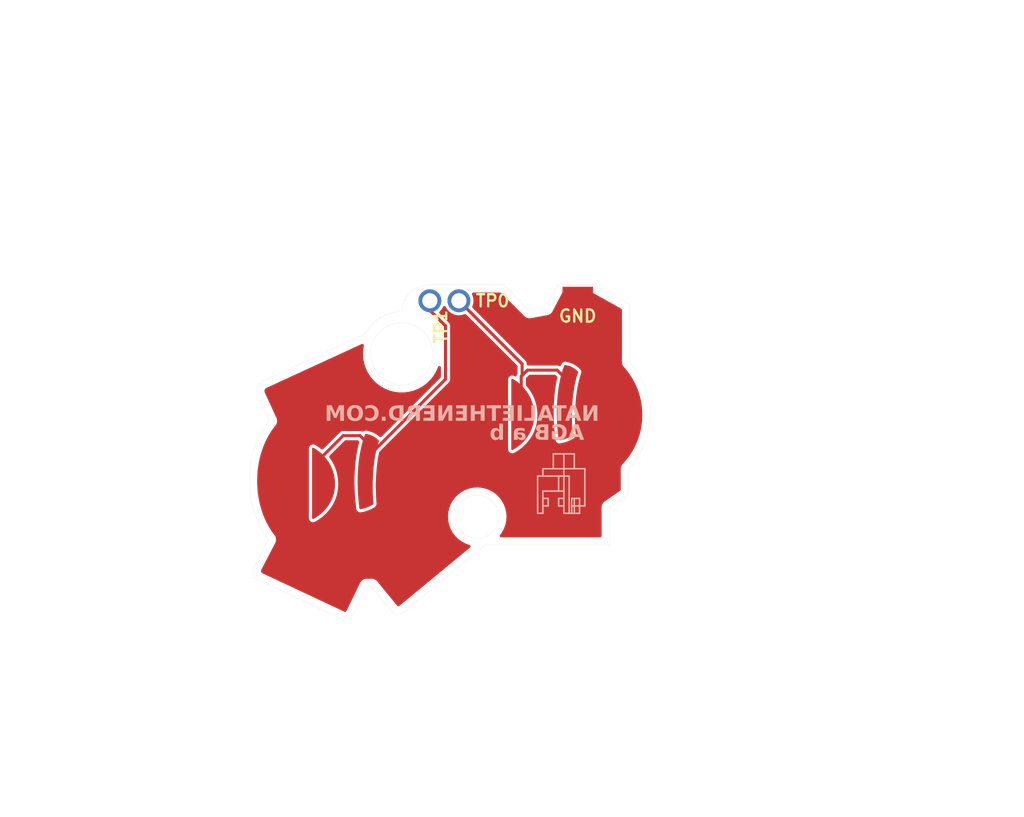
<source format=kicad_pcb>
(kicad_pcb (version 20240108) (generator "pcbnew") (generator_version "8.0")
  (layers (0 "F.Cu" signal) (31 "B.Cu" signal) (34 "B.Paste" user) (35 "F.Paste" user) (36 "B.SilkS" user "B.Silkscreen") (37 "F.SilkS" user "F.Silkscreen") (38 "B.Mask" user) (39 "F.Mask" user) (44 "Edge.Cuts" user))
  (net 0 "")
  (net 1 "GND")
  (net 2 "Net-(SW7-Pad2)")
  (net 3 "Net-(SW8-Pad2)")
  (footprint "TestPoint:TestPoint_Pad_2.0x2.0mm" (layer "F.Cu") (at 141.681885 84.178866)
    (property "Reference" "GND" (at 0 1.875 0) (layer "F.SilkS") (effects (font (size 0.8 0.8))))
    (property "Value" "TestPoint" (hide yes))
    (pad "1" smd rect (at 0 0.475) (size 2 1.05) (layers "F.Cu" "F.Mask") (net 1 "GND"))
  )
  (footprint "AGB:AGB AB" (layer "F.Cu") (at 140.378765 87.428181)
    (property "Reference" "SW7" (hide yes))
    (property "Value" "A")
    (pad "1" smd custom (at -0.918115 6) (size 0.5 0.5) (layers "F.Cu" "F.Paste" "F.Mask") (net 1 "GND") (options (clearance outline) (anchor circle)) (primitives (gr_poly (pts (xy -0.25 -0.125) (xy -0.240485 -0.172835) (xy -0.213388 -0.213388) (xy -0.172835 -0.240485) (xy -0.125 -0.25) (xy 0.125 -0.25) (xy 0.172835 -0.240485) (xy 0.213388 -0.213388) (xy 0.240485 -0.172835) (xy 0.25 -0.125) (xy 0.25 0.125) (xy 0.240485 0.172835) (xy 0.213388 0.213388) (xy 0.172835 0.240485) (xy 0.125 0.25) (xy -0.125 0.25) (xy -0.172835 0.240485) (xy -0.213388 0.213388) (xy -0.240485 0.172835) (xy -0.25 0.125)) (width 0) (fill yes)) (gr_poly (pts (xy -0.405204 -2.161219) (xy -0.350945 -1.159022) (xy -0.361305 -0.501164) (xy -0.439004 0.498574) (xy -0.769217 1.954147) (xy -0.444184 2.233871) (xy 0.029589 2.368717) (xy 0.312399 1.418557) (xy 0.496163 0.049885) (xy 0.519378 -0.85079) (xy 0.403713 -2.464563) (xy -0.024925 -2.35255)) (width 0.01) (fill yes)) (gr_curve (pts (xy -0.769217 1.954147) (xy -0.769217 1.954147) (xy -0.506319 2.287825) (xy 0.029589 2.368717)) (width 0.1)) (gr_curve (pts (xy -0.405204 -2.161219) (xy -0.405204 -2.161219) (xy -0.172641 0.225086) (xy -0.769217 1.954147)) (width 0.1)) (gr_poly (pts (xy 0.029589 2.368717) (xy 0.079132 2.245926) (xy 0.120825 2.128742) (xy 0.17071 1.973174) (xy 0.225912 1.779562) (xy 0.254609 1.668596) (xy 0.283558 1.548247) (xy 0.312399 1.418557) (xy 0.340774 1.279569) (xy 0.368323 1.131326) (xy 0.394687 0.97387) (xy 0.419508 0.807243) (xy 0.442424 0.631489) (xy 0.463079 0.446649) (xy 0.481111 0.252767) (xy 0.496163 0.049885) (xy 0.507875 -0.161954) (xy 0.515887 -0.382708) (xy 0.519841 -0.612334) (xy 0.519378 -0.85079) (xy 0.514138 -1.098033) (xy 0.503762 -1.354021) (xy 0.48789 -1.61871) (xy 0.466165 -1.892059) (xy 0.403713 -2.464563) (xy 0.466165 -1.892059) (xy 0.48789 -1.61871) (xy 0.503762 -1.354021) (xy 0.514138 -1.098033) (xy 0.519378 -0.85079) (xy 0.519841 -0.612334) (xy 0.515887 -0.382708) (xy 0.507875 -0.161954) (xy 0.496163 0.049885) (xy 0.481111 0.252767) (xy 0.463079 0.446649) (xy 0.442424 0.631489) (xy 0.419508 0.807243) (xy 0.394687 0.97387) (xy 0.368323 1.131326) (xy 0.340774 1.279569) (xy 0.312399 1.418557) (xy 0.283558 1.548247) (xy 0.254609 1.668596) (xy 0.225912 1.779562) (xy 0.17071 1.973174) (xy 0.120825 2.128742) (xy 0.079132 2.245926)) (width 0.12) (fill no)) (gr_poly (pts (xy 0.403713 -2.464563) (xy 0.303673 -2.449196) (xy 0.189383 -2.422697) (xy 0.073646 -2.388034) (xy -0.024925 -2.35255) (xy -0.131861 -2.307768) (xy -0.245612 -2.252638) (xy -0.364629 -2.18611) (xy -0.245612 -2.252638) (xy -0.131861 -2.307768) (xy -0.024925 -2.35255) (xy 0.073646 -2.388034) (xy 0.189383 -2.422697) (xy 0.303673 -2.449196)) (width 0.12) (fill no))))
    (pad "1" smd custom (at 2 5.796134) (size 1 1) (layers "F.Cu" "F.Paste" "F.Mask") (net 1 "GND") (options (clearance outline) (anchor circle)) (primitives (gr_poly (pts (xy -0.5 -0.25) (xy -0.48097 -0.345671) (xy -0.426777 -0.426777) (xy -0.345671 -0.48097) (xy -0.25 -0.5) (xy 0.25 -0.5) (xy 0.345671 -0.48097) (xy 0.426777 -0.426777) (xy 0.48097 -0.345671) (xy 0.5 -0.25) (xy 0.5 0.25) (xy 0.48097 0.345671) (xy 0.426777 0.426777) (xy 0.345671 0.48097) (xy 0.25 0.5) (xy -0.25 0.5) (xy -0.345671 0.48097) (xy -0.426777 0.426777) (xy -0.48097 0.345671) (xy -0.5 0.25)) (width 0) (fill yes)) (gr_poly (pts (xy 0.566842 1.666441) (xy 0.566842 -2.903941) (xy 0.533323 -2.88587) (xy 0.441601 -2.830823) (xy 0.354659 -2.772966) (xy 0.25166 -2.69775) (xy 0.136531 -2.604804) (xy 0.013197 -2.493758) (xy -0.114419 -2.364242) (xy -0.24239 -2.215886) (xy -0.305282 -2.134526) (xy -0.366791 -2.048318) (xy -0.426426 -1.957215) (xy -0.483697 -1.86117) (xy -0.538113 -1.760137) (xy -0.589184 -1.65407) (xy -0.636418 -1.542922) (xy -0.679325 -1.426648) (xy -0.717415 -1.305201) (xy -0.750197 -1.178535) (xy -0.77718 -1.046603) (xy -0.797873 -0.909359) (xy -0.811787 -0.766757) (xy -0.818429 -0.61875) (xy -0.817124 -0.470744) (xy -0.807871 -0.328142) (xy -0.791193 -0.190898) (xy -0.767615 -0.058966) (xy -0.737661 0.0677) (xy -0.701854 0.189147) (xy -0.660718 0.305421) (xy -0.614778 0.416569) (xy -0.564557 0.522636) (xy -0.51058 0.623669) (xy -0.45337 0.719714) (xy -0.393451 0.810817) (xy -0.331348 0.897025) (xy -0.267584 0.978385) (xy -0.137169 1.126741) (xy -0.006399 1.256257) (xy 0.120535 1.367303) (xy 0.239441 1.460249) (xy 0.346127 1.535465) (xy 0.474075 1.615857)) (width 0.12) (fill yes))))
    (pad "2" smd custom (at -2.405588 5.226204) (size 1 1) (layers "F.Cu" "F.Paste" "F.Mask") (net 2 "Net-(SW7-Pad2)") (options (clearance outline) (anchor circle)) (primitives (gr_poly (pts (xy -0.5 -0.25) (xy -0.48097 -0.345671) (xy -0.426777 -0.426777) (xy -0.345671 -0.48097) (xy -0.25 -0.5) (xy 0.25 -0.5) (xy 0.345671 -0.48097) (xy 0.426777 -0.426777) (xy 0.48097 -0.345671) (xy 0.5 -0.25) (xy 0.5 0.25) (xy 0.48097 0.345671) (xy 0.426777 0.426777) (xy 0.345671 0.48097) (xy 0.25 0.5) (xy -0.25 0.5) (xy -0.345671 0.48097) (xy -0.426777 0.426777) (xy -0.48097 0.345671) (xy -0.5 0.25)) (width 0) (fill yes)) (gr_poly (pts (xy -0.594412 2.140312) (xy -0.594412 -2.43007) (xy -0.560894 -2.411999) (xy -0.469171 -2.356952) (xy -0.382229 -2.299095) (xy -0.279231 -2.223879) (xy -0.164102 -2.130933) (xy -0.040767 -2.019887) (xy 0.086848 -1.890371) (xy 0.214819 -1.742015) (xy 0.277711 -1.660655) (xy 0.33922 -1.574447) (xy 0.398855 -1.483344) (xy 0.456126 -1.387299) (xy 0.510542 -1.286266) (xy 0.561613 -1.180199) (xy 0.608847 -1.069051) (xy 0.651754 -0.952777) (xy 0.689844 -0.83133) (xy 0.722626 -0.704664) (xy 0.749609 -0.572732) (xy 0.770302 -0.435488) (xy 0.784216 -0.292886) (xy 0.790858 -0.144879) (xy 0.789554 0.003127) (xy 0.7803 0.145729) (xy 0.763623 0.282973) (xy 0.740045 0.414905) (xy 0.71009 0.541571) (xy 0.674283 0.663018) (xy 0.633148 0.779292) (xy 0.587208 0.89044) (xy 0.536987 0.996507) (xy 0.48301 1.09754) (xy 0.4258 1.193585) (xy 0.365881 1.284688) (xy 0.303778 1.370896) (xy 0.240014 1.452256) (xy 0.109599 1.600612) (xy -0.021171 1.730128) (xy -0.148105 1.841174) (xy -0.267011 1.93412) (xy -0.373697 2.009336) (xy -0.501645 2.089728)) (width 0.12) (fill yes))))
    (pad "2" smd custom (at 0.462998 4.479026) (size 0.5 0.5) (layers "F.Cu" "F.Paste" "F.Mask") (net 2 "Net-(SW7-Pad2)") (options (clearance outline) (anchor circle)) (primitives (gr_poly (pts (xy -0.25 -0.125) (xy -0.240485 -0.172835) (xy -0.213388 -0.213388) (xy -0.172835 -0.240485) (xy -0.125 -0.25) (xy 0.125 -0.25) (xy 0.172835 -0.240485) (xy 0.213388 -0.213388) (xy 0.240485 -0.172835) (xy 0.25 -0.125) (xy 0.25 0.125) (xy 0.240485 0.172835) (xy 0.213388 0.213388) (xy 0.172835 0.240485) (xy 0.125 0.25) (xy -0.125 0.25) (xy -0.172835 0.240485) (xy -0.213388 0.213388) (xy -0.240485 0.172835) (xy -0.25 0.125)) (width 0) (fill yes)) (gr_poly (pts (xy 0.452681 1.936393) (xy 0.398422 0.934196) (xy 0.408782 0.276338) (xy 0.486481 -0.7234) (xy 0.816694 -2.178973) (xy 0.491661 -2.458697) (xy 0.017888 -2.593543) (xy -0.264922 -1.643383) (xy -0.448686 -0.274711) (xy -0.471901 0.625964) (xy -0.356236 2.239737) (xy 0.072402 2.127724)) (width 0.01) (fill yes)) (gr_poly (pts (xy -0.356236 2.239737) (xy -0.256196 2.22437) (xy -0.141906 2.197871) (xy -0.026169 2.163208) (xy 0.072402 2.127724) (xy 0.179338 2.082942) (xy 0.293089 2.027812) (xy 0.412106 1.961284) (xy 0.293089 2.027812) (xy 0.179338 2.082942) (xy 0.072402 2.127724) (xy -0.026169 2.163208) (xy -0.141906 2.197871) (xy -0.256196 2.22437)) (width 0.12) (fill no)) (gr_poly (pts (xy 0.017888 -2.593543) (xy -0.031655 -2.470752) (xy -0.073348 -2.353568) (xy -0.123233 -2.198) (xy -0.178435 -2.004388) (xy -0.207132 -1.893422) (xy -0.236081 -1.773073) (xy -0.264922 -1.643383) (xy -0.293297 -1.504395) (xy -0.320846 -1.356152) (xy -0.34721 -1.198696) (xy -0.372031 -1.032069) (xy -0.394947 -0.856315) (xy -0.415602 -0.671475) (xy -0.433634 -0.477593) (xy -0.448686 -0.274711) (xy -0.460398 -0.062872) (xy -0.46841 0.157882) (xy -0.472364 0.387508) (xy -0.471901 0.625964) (xy -0.466661 0.873207) (xy -0.456285 1.129195) (xy -0.440413 1.393884) (xy -0.418688 1.667233) (xy -0.356236 2.239737) (xy -0.418688 1.667233) (xy -0.440413 1.393884) (xy -0.456285 1.129195) (xy -0.466661 0.873207) (xy -0.471901 0.625964) (xy -0.472364 0.387508) (xy -0.46841 0.157882) (xy -0.460398 -0.062872) (xy -0.448686 -0.274711) (xy -0.433634 -0.477593) (xy -0.415602 -0.671475) (xy -0.394947 -0.856315) (xy -0.372031 -1.032069) (xy -0.34721 -1.198696) (xy -0.320846 -1.356152) (xy -0.293297 -1.504395) (xy -0.264922 -1.643383) (xy -0.236081 -1.773073) (xy -0.207132 -1.893422) (xy -0.178435 -2.004388) (xy -0.123233 -2.198) (xy -0.073348 -2.353568) (xy -0.031655 -2.470752)) (width 0.12) (fill no)) (gr_curve (pts (xy 0.452681 1.936393) (xy 0.452681 1.936393) (xy 0.220118 -0.449912) (xy 0.816694 -2.178973)) (width 0.1)) (gr_curve (pts (xy 0.816694 -2.178973) (xy 0.816694 -2.178973) (xy 0.553796 -2.512651) (xy 0.017888 -2.593543)) (width 0.1))))
  )
  (footprint "AGB:AGB AB" (layer "F.Cu") (at 127.3 91.953866)
    (property "Reference" "SW8" (hide yes))
    (property "Value" "B")
    (pad "1" smd custom (at -0.918115 6) (size 0.5 0.5) (layers "F.Cu" "F.Paste" "F.Mask") (net 1 "GND") (options (clearance outline) (anchor circle)) (primitives (gr_poly (pts (xy -0.25 -0.125) (xy -0.240485 -0.172835) (xy -0.213388 -0.213388) (xy -0.172835 -0.240485) (xy -0.125 -0.25) (xy 0.125 -0.25) (xy 0.172835 -0.240485) (xy 0.213388 -0.213388) (xy 0.240485 -0.172835) (xy 0.25 -0.125) (xy 0.25 0.125) (xy 0.240485 0.172835) (xy 0.213388 0.213388) (xy 0.172835 0.240485) (xy 0.125 0.25) (xy -0.125 0.25) (xy -0.172835 0.240485) (xy -0.213388 0.213388) (xy -0.240485 0.172835) (xy -0.25 0.125)) (width 0) (fill yes)) (gr_poly (pts (xy -0.405204 -2.161219) (xy -0.350945 -1.159022) (xy -0.361305 -0.501164) (xy -0.439004 0.498574) (xy -0.769217 1.954147) (xy -0.444184 2.233871) (xy 0.029589 2.368717) (xy 0.312399 1.418557) (xy 0.496163 0.049885) (xy 0.519378 -0.85079) (xy 0.403713 -2.464563) (xy -0.024925 -2.35255)) (width 0.01) (fill yes)) (gr_curve (pts (xy -0.769217 1.954147) (xy -0.769217 1.954147) (xy -0.506319 2.287825) (xy 0.029589 2.368717)) (width 0.1)) (gr_curve (pts (xy -0.405204 -2.161219) (xy -0.405204 -2.161219) (xy -0.172641 0.225086) (xy -0.769217 1.954147)) (width 0.1)) (gr_poly (pts (xy 0.029589 2.368717) (xy 0.079132 2.245926) (xy 0.120825 2.128742) (xy 0.17071 1.973174) (xy 0.225912 1.779562) (xy 0.254609 1.668596) (xy 0.283558 1.548247) (xy 0.312399 1.418557) (xy 0.340774 1.279569) (xy 0.368323 1.131326) (xy 0.394687 0.97387) (xy 0.419508 0.807243) (xy 0.442424 0.631489) (xy 0.463079 0.446649) (xy 0.481111 0.252767) (xy 0.496163 0.049885) (xy 0.507875 -0.161954) (xy 0.515887 -0.382708) (xy 0.519841 -0.612334) (xy 0.519378 -0.85079) (xy 0.514138 -1.098033) (xy 0.503762 -1.354021) (xy 0.48789 -1.61871) (xy 0.466165 -1.892059) (xy 0.403713 -2.464563) (xy 0.466165 -1.892059) (xy 0.48789 -1.61871) (xy 0.503762 -1.354021) (xy 0.514138 -1.098033) (xy 0.519378 -0.85079) (xy 0.519841 -0.612334) (xy 0.515887 -0.382708) (xy 0.507875 -0.161954) (xy 0.496163 0.049885) (xy 0.481111 0.252767) (xy 0.463079 0.446649) (xy 0.442424 0.631489) (xy 0.419508 0.807243) (xy 0.394687 0.97387) (xy 0.368323 1.131326) (xy 0.340774 1.279569) (xy 0.312399 1.418557) (xy 0.283558 1.548247) (xy 0.254609 1.668596) (xy 0.225912 1.779562) (xy 0.17071 1.973174) (xy 0.120825 2.128742) (xy 0.079132 2.245926)) (width 0.12) (fill no)) (gr_poly (pts (xy 0.403713 -2.464563) (xy 0.303673 -2.449196) (xy 0.189383 -2.422697) (xy 0.073646 -2.388034) (xy -0.024925 -2.35255) (xy -0.131861 -2.307768) (xy -0.245612 -2.252638) (xy -0.364629 -2.18611) (xy -0.245612 -2.252638) (xy -0.131861 -2.307768) (xy -0.024925 -2.35255) (xy 0.073646 -2.388034) (xy 0.189383 -2.422697) (xy 0.303673 -2.449196)) (width 0.12) (fill no))))
    (pad "1" smd custom (at 2 5.796134) (size 1 1) (layers "F.Cu" "F.Paste" "F.Mask") (net 1 "GND") (options (clearance outline) (anchor circle)) (primitives (gr_poly (pts (xy -0.5 -0.25) (xy -0.48097 -0.345671) (xy -0.426777 -0.426777) (xy -0.345671 -0.48097) (xy -0.25 -0.5) (xy 0.25 -0.5) (xy 0.345671 -0.48097) (xy 0.426777 -0.426777) (xy 0.48097 -0.345671) (xy 0.5 -0.25) (xy 0.5 0.25) (xy 0.48097 0.345671) (xy 0.426777 0.426777) (xy 0.345671 0.48097) (xy 0.25 0.5) (xy -0.25 0.5) (xy -0.345671 0.48097) (xy -0.426777 0.426777) (xy -0.48097 0.345671) (xy -0.5 0.25)) (width 0) (fill yes)) (gr_poly (pts (xy 0.566842 1.666441) (xy 0.566842 -2.903941) (xy 0.533323 -2.88587) (xy 0.441601 -2.830823) (xy 0.354659 -2.772966) (xy 0.25166 -2.69775) (xy 0.136531 -2.604804) (xy 0.013197 -2.493758) (xy -0.114419 -2.364242) (xy -0.24239 -2.215886) (xy -0.305282 -2.134526) (xy -0.366791 -2.048318) (xy -0.426426 -1.957215) (xy -0.483697 -1.86117) (xy -0.538113 -1.760137) (xy -0.589184 -1.65407) (xy -0.636418 -1.542922) (xy -0.679325 -1.426648) (xy -0.717415 -1.305201) (xy -0.750197 -1.178535) (xy -0.77718 -1.046603) (xy -0.797873 -0.909359) (xy -0.811787 -0.766757) (xy -0.818429 -0.61875) (xy -0.817124 -0.470744) (xy -0.807871 -0.328142) (xy -0.791193 -0.190898) (xy -0.767615 -0.058966) (xy -0.737661 0.0677) (xy -0.701854 0.189147) (xy -0.660718 0.305421) (xy -0.614778 0.416569) (xy -0.564557 0.522636) (xy -0.51058 0.623669) (xy -0.45337 0.719714) (xy -0.393451 0.810817) (xy -0.331348 0.897025) (xy -0.267584 0.978385) (xy -0.137169 1.126741) (xy -0.006399 1.256257) (xy 0.120535 1.367303) (xy 0.239441 1.460249) (xy 0.346127 1.535465) (xy 0.474075 1.615857)) (width 0.12) (fill yes))))
    (pad "2" smd custom (at -2.405588 5.226204) (size 1 1) (layers "F.Cu" "F.Paste" "F.Mask") (net 3 "Net-(SW8-Pad2)") (options (clearance outline) (anchor circle)) (primitives (gr_poly (pts (xy -0.5 -0.25) (xy -0.48097 -0.345671) (xy -0.426777 -0.426777) (xy -0.345671 -0.48097) (xy -0.25 -0.5) (xy 0.25 -0.5) (xy 0.345671 -0.48097) (xy 0.426777 -0.426777) (xy 0.48097 -0.345671) (xy 0.5 -0.25) (xy 0.5 0.25) (xy 0.48097 0.345671) (xy 0.426777 0.426777) (xy 0.345671 0.48097) (xy 0.25 0.5) (xy -0.25 0.5) (xy -0.345671 0.48097) (xy -0.426777 0.426777) (xy -0.48097 0.345671) (xy -0.5 0.25)) (width 0) (fill yes)) (gr_poly (pts (xy -0.594412 2.140312) (xy -0.594412 -2.43007) (xy -0.560894 -2.411999) (xy -0.469171 -2.356952) (xy -0.382229 -2.299095) (xy -0.279231 -2.223879) (xy -0.164102 -2.130933) (xy -0.040767 -2.019887) (xy 0.086848 -1.890371) (xy 0.214819 -1.742015) (xy 0.277711 -1.660655) (xy 0.33922 -1.574447) (xy 0.398855 -1.483344) (xy 0.456126 -1.387299) (xy 0.510542 -1.286266) (xy 0.561613 -1.180199) (xy 0.608847 -1.069051) (xy 0.651754 -0.952777) (xy 0.689844 -0.83133) (xy 0.722626 -0.704664) (xy 0.749609 -0.572732) (xy 0.770302 -0.435488) (xy 0.784216 -0.292886) (xy 0.790858 -0.144879) (xy 0.789554 0.003127) (xy 0.7803 0.145729) (xy 0.763623 0.282973) (xy 0.740045 0.414905) (xy 0.71009 0.541571) (xy 0.674283 0.663018) (xy 0.633148 0.779292) (xy 0.587208 0.89044) (xy 0.536987 0.996507) (xy 0.48301 1.09754) (xy 0.4258 1.193585) (xy 0.365881 1.284688) (xy 0.303778 1.370896) (xy 0.240014 1.452256) (xy 0.109599 1.600612) (xy -0.021171 1.730128) (xy -0.148105 1.841174) (xy -0.267011 1.93412) (xy -0.373697 2.009336) (xy -0.501645 2.089728)) (width 0.12) (fill yes))))
    (pad "2" smd custom (at 0.462998 4.479026) (size 0.5 0.5) (layers "F.Cu" "F.Paste" "F.Mask") (net 3 "Net-(SW8-Pad2)") (options (clearance outline) (anchor circle)) (primitives (gr_poly (pts (xy -0.25 -0.125) (xy -0.240485 -0.172835) (xy -0.213388 -0.213388) (xy -0.172835 -0.240485) (xy -0.125 -0.25) (xy 0.125 -0.25) (xy 0.172835 -0.240485) (xy 0.213388 -0.213388) (xy 0.240485 -0.172835) (xy 0.25 -0.125) (xy 0.25 0.125) (xy 0.240485 0.172835) (xy 0.213388 0.213388) (xy 0.172835 0.240485) (xy 0.125 0.25) (xy -0.125 0.25) (xy -0.172835 0.240485) (xy -0.213388 0.213388) (xy -0.240485 0.172835) (xy -0.25 0.125)) (width 0) (fill yes)) (gr_poly (pts (xy 0.452681 1.936393) (xy 0.398422 0.934196) (xy 0.408782 0.276338) (xy 0.486481 -0.7234) (xy 0.816694 -2.178973) (xy 0.491661 -2.458697) (xy 0.017888 -2.593543) (xy -0.264922 -1.643383) (xy -0.448686 -0.274711) (xy -0.471901 0.625964) (xy -0.356236 2.239737) (xy 0.072402 2.127724)) (width 0.01) (fill yes)) (gr_poly (pts (xy -0.356236 2.239737) (xy -0.256196 2.22437) (xy -0.141906 2.197871) (xy -0.026169 2.163208) (xy 0.072402 2.127724) (xy 0.179338 2.082942) (xy 0.293089 2.027812) (xy 0.412106 1.961284) (xy 0.293089 2.027812) (xy 0.179338 2.082942) (xy 0.072402 2.127724) (xy -0.026169 2.163208) (xy -0.141906 2.197871) (xy -0.256196 2.22437)) (width 0.12) (fill no)) (gr_poly (pts (xy 0.017888 -2.593543) (xy -0.031655 -2.470752) (xy -0.073348 -2.353568) (xy -0.123233 -2.198) (xy -0.178435 -2.004388) (xy -0.207132 -1.893422) (xy -0.236081 -1.773073) (xy -0.264922 -1.643383) (xy -0.293297 -1.504395) (xy -0.320846 -1.356152) (xy -0.34721 -1.198696) (xy -0.372031 -1.032069) (xy -0.394947 -0.856315) (xy -0.415602 -0.671475) (xy -0.433634 -0.477593) (xy -0.448686 -0.274711) (xy -0.460398 -0.062872) (xy -0.46841 0.157882) (xy -0.472364 0.387508) (xy -0.471901 0.625964) (xy -0.466661 0.873207) (xy -0.456285 1.129195) (xy -0.440413 1.393884) (xy -0.418688 1.667233) (xy -0.356236 2.239737) (xy -0.418688 1.667233) (xy -0.440413 1.393884) (xy -0.456285 1.129195) (xy -0.466661 0.873207) (xy -0.471901 0.625964) (xy -0.472364 0.387508) (xy -0.46841 0.157882) (xy -0.460398 -0.062872) (xy -0.448686 -0.274711) (xy -0.433634 -0.477593) (xy -0.415602 -0.671475) (xy -0.394947 -0.856315) (xy -0.372031 -1.032069) (xy -0.34721 -1.198696) (xy -0.320846 -1.356152) (xy -0.293297 -1.504395) (xy -0.264922 -1.643383) (xy -0.236081 -1.773073) (xy -0.207132 -1.893422) (xy -0.178435 -2.004388) (xy -0.123233 -2.198) (xy -0.073348 -2.353568) (xy -0.031655 -2.470752)) (width 0.12) (fill no)) (gr_curve (pts (xy 0.452681 1.936393) (xy 0.452681 1.936393) (xy 0.220118 -0.449912) (xy 0.816694 -2.178973)) (width 0.1)) (gr_curve (pts (xy 0.816694 -2.178973) (xy 0.816694 -2.178973) (xy 0.553796 -2.512651) (xy 0.017888 -2.593543)) (width 0.1))))
  )
  (footprint "customsym:TESTPAD" (layer "F.Cu") (at 133.931885 82.29678)
    (property "Reference" "TP0" (at 2.159315 2.757086 0) (layer "F.SilkS") (effects (font (size 0.8 0.8))))
    (property "Value" "TestPoint" (hide yes))
    (pad "1" thru_hole circle (at -0.05 2.75) (size 1.5 1.5) (drill 1) (layers "*.Cu" "*.Mask") (net 2 "Net-(SW7-Pad2)"))
  )
  (footprint "customsym:TESTPAD" (layer "F.Cu") (at 132.022729 82.29678)
    (property "Reference" "TP1" (at 0.659156 4.457086 90) (layer "F.SilkS") (effects (font (size 0.8 0.8))))
    (property "Value" "TestPoint" (hide yes))
    (pad "1" thru_hole circle (at -0.05 2.75) (size 1.5 1.5) (drill 1) (layers "*.Cu" "*.Mask") (net 3 "Net-(SW8-Pad2)"))
  )
  (footprint "customsym:lilhead_silk" (layer "B.Cu") (at 140.751252 92.796187 180)
    (property "Reference" "REF**" (hide yes))
    (property "Value" "lilhead_silk" (hide yes))
    (fp_line (start 1.702504 -3.763929) (end 1.355106 -3.763929) (stroke (width 0.103187)) (layer "B.SilkS"))
    (fp_line (start 1.702504 -6.206033) (end 1.702504 -3.763929) (stroke (width 0.103187)) (layer "B.SilkS"))
    (fp_line (start 1.355106 -3.278948) (end 0.670629 -3.278948) (stroke (width 0.103187)) (layer "B.SilkS"))
    (fp_line (start 1.355106 -3.763929) (end 1.355106 -3.278948) (stroke (width 0.103187)) (layer "B.SilkS"))
    (fp_line (start 1.355106 -4.74765) (end 1.355106 -6.206033) (stroke (width 0.103187)) (layer "B.SilkS"))
    (fp_line (start 1.355106 -5.229191) (end 1.011148 -5.229191) (stroke (width 0.103187)) (layer "B.SilkS"))
    (fp_line (start 1.355106 -6.206033) (end 1.702504 -6.206033) (stroke (width 0.103187)) (layer "B.SilkS"))
    (fp_line (start 1.011148 -5.229191) (end 1.011148 -5.721052) (stroke (width 0.103187)) (layer "B.SilkS"))
    (fp_line (start 1.011148 -5.721052) (end 1.355106 -5.721052) (stroke (width 0.103187)) (layer "B.SilkS"))
    (fp_line (start 0.670629 -2.305546) (end -0.705204 -2.305546) (stroke (width 0.103187)) (layer "B.SilkS"))
    (fp_line (start 0.670629 -3.278948) (end 0.670629 -2.305546) (stroke (width 0.103187)) (layer "B.SilkS"))
    (fp_line (start 0.323231 -3.763929) (end -0.020728 -3.763929) (stroke (width 0.103187)) (layer "B.SilkS"))
    (fp_line (start 0.323231 -4.74765) (end 0.323231 -3.763929) (stroke (width 0.103187)) (layer "B.SilkS"))
    (fp_line (start 0.323231 -5.229191) (end 0.323231 -5.721052) (stroke (width 0.103187)) (layer "B.SilkS"))
    (fp_line (start 0.323231 -5.721052) (end -0.020728 -5.721052) (stroke (width 0.103187)) (layer "B.SilkS"))
    (fp_line (start 0.010229 -3.763929) (end 1.355106 -3.763929) (stroke (width 0.103187)) (layer "B.SilkS"))
    (fp_line (start -0.020728 -3.75705) (end -0.020728 -2.305546) (stroke (width 0.103187)) (layer "B.SilkS"))
    (fp_line (start -0.020728 -3.763929) (end -0.020728 -3.75705) (stroke (width 0.103187)) (layer "B.SilkS"))
    (fp_line (start -0.020728 -3.763929) (end -0.020728 -4.74765) (stroke (width 0.103187)) (layer "B.SilkS"))
    (fp_line (start -0.020728 -4.74765) (end 1.355106 -4.74765) (stroke (width 0.103187)) (layer "B.SilkS"))
    (fp_line (start -0.020728 -5.229191) (end 0.323231 -5.229191) (stroke (width 0.103187)) (layer "B.SilkS"))
    (fp_line (start -0.020728 -6.206033) (end -0.020728 -4.74765) (stroke (width 0.103187)) (layer "B.SilkS"))
    (fp_line (start -0.368125 -3.763929) (end -0.020728 -3.763929) (stroke (width 0.103187)) (layer "B.SilkS"))
    (fp_line (start -0.368125 -6.206033) (end -0.368125 -3.763929) (stroke (width 0.103187)) (layer "B.SilkS"))
    (fp_line (start -0.536665 -5.229191) (end -1.052602 -5.229191) (stroke (width 0.103187)) (layer "B.SilkS"))
    (fp_line (start -0.536665 -5.721052) (end -0.705204 -5.721052) (stroke (width 0.103187)) (layer "B.SilkS"))
    (fp_line (start -0.536665 -6.206033) (end -0.536665 -5.229191) (stroke (width 0.103187)) (layer "B.SilkS"))
    (fp_line (start -0.705204 -2.305546) (end -0.705204 -3.278948) (stroke (width 0.103187)) (layer "B.SilkS"))
    (fp_line (start -0.705204 -3.278948) (end -1.4 -3.278948) (stroke (width 0.103187)) (layer "B.SilkS"))
    (fp_line (start -0.705204 -5.721052) (end -0.705204 -5.229191) (stroke (width 0.103187)) (layer "B.SilkS"))
    (fp_line (start -0.705204 -5.721052) (end -0.705204 -6.206033) (stroke (width 0.103187)) (layer "B.SilkS"))
    (fp_line (start -0.708644 -3.278948) (end 0.677508 -3.278948) (stroke (width 0.103187)) (layer "B.SilkS"))
    (fp_line (start -1.052602 -5.229191) (end -1.052602 -5.721052) (stroke (width 0.103187)) (layer "B.SilkS"))
    (fp_line (start -1.052602 -5.721052) (end -0.705204 -5.721052) (stroke (width 0.103187)) (layer "B.SilkS"))
    (fp_line (start -1.052602 -5.721052) (end -1.052602 -6.206033) (stroke (width 0.103187)) (layer "B.SilkS"))
    (fp_line (start -1.052602 -6.206033) (end -0.020728 -6.206033) (stroke (width 0.103187)) (layer "B.SilkS"))
    (fp_line (start -1.4 -3.278948) (end -1.4 -5.721052) (stroke (width 0.103187)) (layer "B.SilkS"))
    (fp_line (start -1.4 -5.721052) (end -1.052602 -5.721052) (stroke (width 0.103187)) (layer "B.SilkS"))
  )
  (gr_line (start 145.086858 85.299567) (end 145.086858 89.061416) (stroke (width 0.01)) (layer "Edge.Cuts"))
  (gr_curve (pts (xy 120.682186 91.285893) (xy 120.512454 90.917112) (xy 120.673763 90.480557) (xy 121.042508 90.310746)) (stroke (width 0.01)) (layer "Edge.Cuts"))
  (gr_curve (pts (xy 146.422012 92.539375) (xy 146.422012 93.918553) (xy 145.884809 95.17226) (xy 145.008233 96.102665)) (stroke (width 0.01)) (layer "Edge.Cuts"))
  (gr_line (start 126.340643 106.007847) (end 120.395102 103.217082) (stroke (width 0.01)) (layer "Edge.Cuts"))
  (gr_circle (center 135.08369 99.226424) (end 136.499295 99.226424) (stroke (width 0.01)) (fill none) (layer "Edge.Cuts"))
  (gr_line (start 142.761662 84.005299) (end 145.086858 85.299567) (stroke (width 0.01)) (layer "Edge.Cuts"))
  (gr_circle (center 130.122331 88.528494) (end 132.158106 88.528494) (stroke (width 0.01)) (fill none) (layer "Edge.Cuts"))
  (gr_line (start 145.008233 96.102665) (end 145.008233 97.756891) (stroke (width 0.01)) (layer "Edge.Cuts"))
  (gr_line (start 139.586662 85.501796) (end 140.375356 84.005299) (stroke (width 0.01)) (layer "Edge.Cuts"))
  (gr_curve (pts (xy 145.086858 89.061416) (xy 145.916823 89.982467) (xy 146.422012 91.201925) (xy 146.422012 92.539375)) (stroke (width 0.01)) (layer "Edge.Cuts"))
  (gr_line (start 140.375356 84.005299) (end 142.761662 84.005299) (stroke (width 0.01)) (layer "Edge.Cuts"))
  (gr_line (start 120.395102 103.217082) (end 120.395102 102.610395) (stroke (width 0.01)) (layer "Edge.Cuts"))
  (gr_line (start 130.122331 105.603388) (end 129.616758 105.603388) (stroke (width 0.01)) (layer "Edge.Cuts"))
  (gr_curve (pts (xy 120.132204 96.877194) (xy 120.132204 95.325056) (xy 120.634177 93.924461) (xy 121.439734 92.931843)) (stroke (width 0.01)) (layer "Edge.Cuts"))
  (gr_line (start 136.836344 84.005299) (end 138.524958 85.693914) (stroke (width 0.01)) (layer "Edge.Cuts"))
  (gr_line (start 127.83714 103.803547) (end 126.765325 106.007847) (stroke (width 0.01)) (layer "Edge.Cuts"))
  (gr_line (start 143.752586 98.626477) (end 143.752586 101.08244) (stroke (width 0.01)) (layer "Edge.Cuts"))
  (gr_line (start 121.042508 90.310746) (end 127.708443 87.241004) (stroke (width 0.01)) (layer "Edge.Cuts"))
  (gr_line (start 120.395102 102.610395) (end 121.36996 100.73457) (stroke (width 0.01)) (layer "Edge.Cuts"))
  (gr_line (start 121.439734 92.931843) (end 120.682186 91.285893) (stroke (width 0.01)) (layer "Edge.Cuts"))
  (gr_line (start 138.524958 85.693914) (end 139.586662 85.501796) (stroke (width 0.01)) (layer "Edge.Cuts"))
  (gr_line (start 145.008233 97.756891) (end 143.752586 98.626477) (stroke (width 0.01)) (layer "Edge.Cuts"))
  (gr_line (start 131.905343 84.005299) (end 136.836344 84.005299) (stroke (width 0.01)) (layer "Edge.Cuts"))
  (gr_line (start 143.752586 101.08244) (end 135.602745 101.08244) (stroke (width 0.01)) (layer "Edge.Cuts"))
  (gr_curve (pts (xy 130.147156 85.763486) (xy 130.147156 84.792466) (xy 130.934323 84.005299) (xy 131.905343 84.005299)) (stroke (width 0.01)) (layer "Edge.Cuts"))
  (gr_line (start 135.602745 101.08244) (end 130.122331 105.603388) (stroke (width 0.01)) (layer "Edge.Cuts"))
  (gr_line (start 126.765325 106.007847) (end 126.340643 106.007847) (stroke (width 0.01)) (layer "Edge.Cuts"))
  (gr_curve (pts (xy 127.708443 87.241004) (xy 128.167724 86.362815) (xy 129.08745 85.763488) (xy 130.147156 85.763488)) (stroke (width 0.01)) (layer "Edge.Cuts"))
  (gr_line (start 129.616758 105.603388) (end 128.140484 103.803547) (stroke (width 0.01)) (layer "Edge.Cuts"))
  (gr_curve (pts (xy 121.36996 100.73457) (xy 120.605295 99.748017) (xy 120.132204 98.384018) (xy 120.132204 96.877194)) (stroke (width 0.01)) (layer "Edge.Cuts"))
  (gr_line (start 128.140484 103.803547) (end 127.83714 103.803547) (stroke (width 0.01)) (layer "Edge.Cuts"))
  (gr_text "AGB a b" (at 142.110836 94.349666 0) (layer "B.SilkS") (effects (font (size 1 1) (thickness 0.25) (bold yes)) (justify left bottom mirror)))
  (gr_text "NATALIETHENERD.COM" (at 143.1 93.1 0) (layer "B.SilkS") (effects (font (size 1 1) (thickness 0.25) (bold yes)) (justify left bottom mirror)))
  (segment (start 138.031885 89.953866) (end 138.031885 89.19678) (width 0.2) (layer "F.Cu") (net 2))
  (segment (start 137.973177 92.654385) (end 137.973177 90.012574) (width 0.2) (layer "F.Cu") (net 2))
  (segment (start 138.031885 89.19678) (end 133.881885 85.04678) (width 0.2) (layer "F.Cu") (net 2))
  (segment (start 140.841763 90.113744) (end 140.841763 91.907207) (width 0.2) (layer "F.Cu") (net 2))
  (segment (start 138.031885 89.953866) (end 138.381885 89.603866) (width 0.2) (layer "F.Cu") (net 2))
  (segment (start 140.331885 89.603866) (end 140.841763 90.113744) (width 0.2) (layer "F.Cu") (net 2))
  (segment (start 137.973177 90.012574) (end 138.031885 89.953866) (width 0.2) (layer "F.Cu") (net 2))
  (segment (start 138.381885 89.603866) (end 140.331885 89.603866) (width 0.2) (layer "F.Cu") (net 2))
  (segment (start 127.762998 95.437002) (end 133 90.2) (width 0.2) (layer "F.Cu") (net 3))
  (segment (start 133 90.2) (end 133 86.7) (width 0.2) (layer "F.Cu") (net 3))
  (segment (start 127.762998 96.432892) (end 127.762998 94.284979) (width 0.2) (layer "F.Cu") (net 3))
  (segment (start 127.762998 94.284979) (end 127.381885 93.903866) (width 0.2) (layer "F.Cu") (net 3))
  (segment (start 127.762998 96.432892) (end 127.762998 95.437002) (width 0.2) (layer "F.Cu") (net 3))
  (segment (start 127.381885 93.903866) (end 126.281885 93.903866) (width 0.2) (layer "F.Cu") (net 3))
  (segment (start 131.972729 85.672729) (end 131.972729 85.04678) (width 0.2) (layer "F.Cu") (net 3))
  (segment (start 126.281885 93.903866) (end 124.894412 95.291339) (width 0.2) (layer "F.Cu") (net 3))
  (segment (start 124.894412 95.291339) (end 124.894412 97.18007) (width 0.2) (layer "F.Cu") (net 3))
  (segment (start 133 86.7) (end 131.972729 85.672729) (width 0.2) (layer "F.Cu") (net 3))
  (zone (net 1) (net_name "GND") (layer "F.Cu") (priority 1) (connect_pads yes (clearance 0.2)) (min_thickness 0.2) (fill yes (thermal_gap 0.5) (thermal_bridge_width 0.5))
    (polygon (pts (xy 103.75 71.15) (xy 103.75 118.95) (xy 163.85 118.95) (xy 171 111.8) (xy 171 79.25) (xy 157.05 65.3) (xy 109.6 65.3)))
  )
)
</source>
